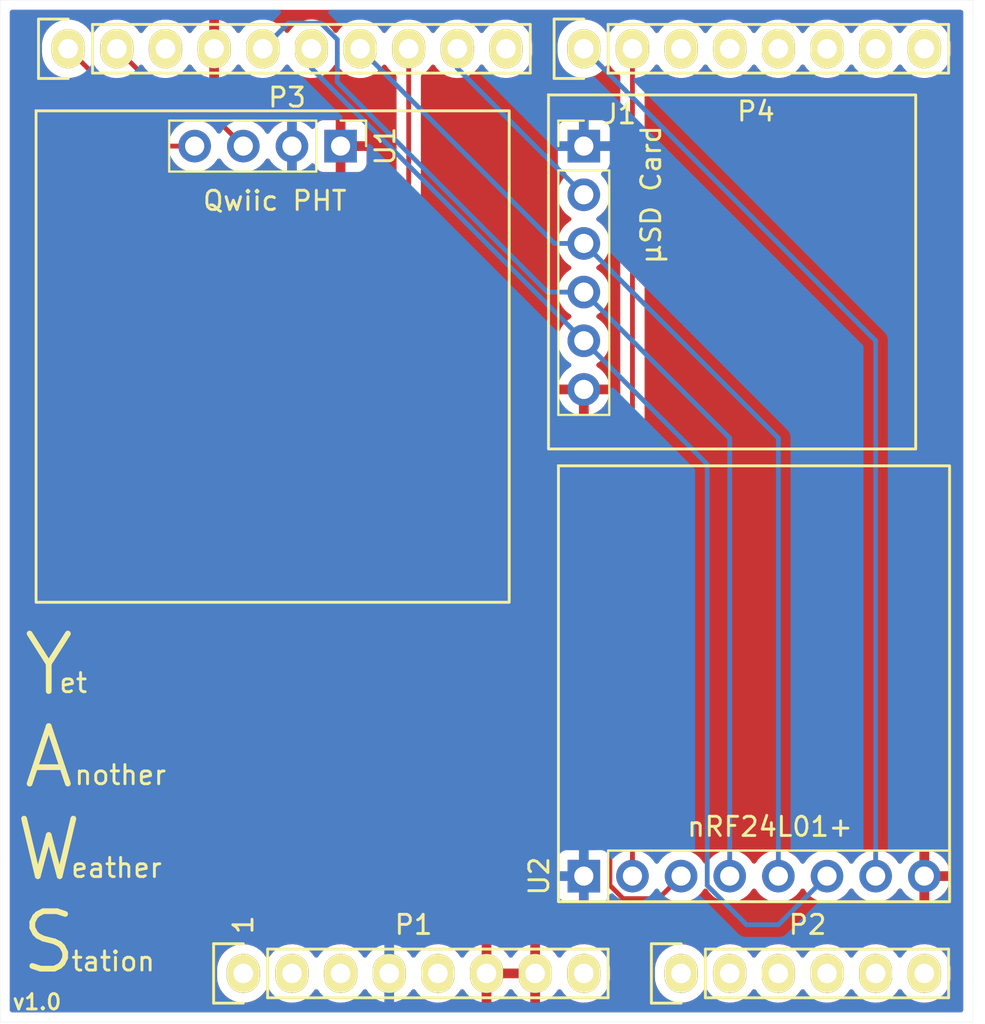
<source format=kicad_pcb>
(kicad_pcb (version 20211014) (generator pcbnew)
  (title_block (date "lun. 30 mars 2015"))
  (layers (0 "F.Cu" signal) (31 "B.Cu" signal) (34 "B.Paste" user) (35 "F.Paste" user) (36 "B.SilkS" user "B.Silkscreen") (37 "F.SilkS" user "F.Silkscreen") (38 "B.Mask" user) (39 "F.Mask" user) (44 "Edge.Cuts" user))
  (net 0 "")
  (net 1 "/IOREF")
  (net 2 "/Reset")
  (net 3 "+5V")
  (net 4 "GND")
  (net 5 "/Vin")
  (net 6 "/A0")
  (net 7 "/A1")
  (net 8 "/A2")
  (net 9 "/A3")
  (net 10 "/AREF")
  (net 11 "CS2")
  (net 12 "/8")
  (net 13 "MOSI")
  (net 14 "SCK")
  (net 15 "/5(**)")
  (net 16 "/4")
  (net 17 "/3(**)")
  (net 18 "/2")
  (net 19 "/1(Tx)")
  (net 20 "/0(Rx)")
  (net 22 "MISO")
  (net 23 "CS1")
  (net 24 "NRF_IRQ")
  (net 25 "NRF_CE")
  (net 26 "+3V3")
  (net 27 "SDA")
  (net 28 "SCL")
  (footprint "Socket_Arduino_Uno:Socket_Strip_Arduino_1x08" (layer "F.Cu") (at 123.698 123.825)
    (fp_text reference "P1" (at 8.89 -2.54) (layer "F.SilkS"))
    (fp_text value "Power")
    (fp_line (start -1.55 1.55) (end 0 1.55) (layer "F.SilkS") (width 0.15))
    (fp_line (start 1.27 1.27) (end 1.27 -1.27) (layer "F.SilkS") (width 0.15))
    (fp_line (start 1.27 1.27) (end 19.05 1.27) (layer "F.SilkS") (width 0.15))
    (fp_line (start 19.05 1.27) (end 19.05 -1.27) (layer "F.SilkS") (width 0.15))
    (fp_line (start -1.55 -1.55) (end -1.55 1.55) (layer "F.SilkS") (width 0.15))
    (fp_line (start 19.05 -1.27) (end 1.27 -1.27) (layer "F.SilkS") (width 0.15))
    (fp_line (start 0 -1.55) (end -1.55 -1.55) (layer "F.SilkS") (width 0.15))
    (pad "1" thru_hole oval locked (at 0 0) (size 1.7272 2.032) (drill 1.016) (layers *.Cu *.Mask "F.SilkS"))
    (pad "2" thru_hole oval locked (at 2.54 0) (size 1.7272 2.032) (drill 1.016) (layers *.Cu *.Mask "F.SilkS") (net 1 "/IOREF"))
    (pad "3" thru_hole oval locked (at 5.08 0) (size 1.7272 2.032) (drill 1.016) (layers *.Cu *.Mask "F.SilkS") (net 2 "/Reset"))
    (pad "4" thru_hole oval locked (at 7.62 0) (size 1.7272 2.032) (drill 1.016) (layers *.Cu *.Mask "F.SilkS") (net 26 "+3V3"))
    (pad "5" thru_hole oval locked (at 10.16 0) (size 1.7272 2.032) (drill 1.016) (layers *.Cu *.Mask "F.SilkS") (net 3 "+5V"))
    (pad "6" thru_hole oval locked (at 12.7 0) (size 1.7272 2.032) (drill 1.016) (layers *.Cu *.Mask "F.SilkS") (net 4 "GND"))
    (pad "7" thru_hole oval locked (at 15.24 0) (size 1.7272 2.032) (drill 1.016) (layers *.Cu *.Mask "F.SilkS") (net 4 "GND"))
    (pad "8" thru_hole oval locked (at 17.78 0) (size 1.7272 2.032) (drill 1.016) (layers *.Cu *.Mask "F.SilkS") (net 5 "/Vin"))
  )
  (footprint "Socket_Arduino_Uno:Socket_Strip_Arduino_1x06" (layer "F.Cu") (at 146.558 123.825)
    (fp_text reference "P2" (at 6.604 -2.54) (layer "F.SilkS"))
    (fp_text value "Analog")
    (fp_line (start 1.27 1.27) (end 1.27 -1.27) (layer "F.SilkS") (width 0.15))
    (fp_line (start 1.27 1.27) (end 13.97 1.27) (layer "F.SilkS") (width 0.15))
    (fp_line (start -1.55 1.55) (end 0 1.55) (layer "F.SilkS") (width 0.15))
    (fp_line (start 13.97 1.27) (end 13.97 -1.27) (layer "F.SilkS") (width 0.15))
    (fp_line (start 0 -1.55) (end -1.55 -1.55) (layer "F.SilkS") (width 0.15))
    (fp_line (start -1.55 -1.55) (end -1.55 1.55) (layer "F.SilkS") (width 0.15))
    (fp_line (start 13.97 -1.27) (end 1.27 -1.27) (layer "F.SilkS") (width 0.15))
    (pad "1" thru_hole oval locked (at 0 0) (size 1.7272 2.032) (drill 1.016) (layers *.Cu *.Mask "F.SilkS") (net 6 "/A0"))
    (pad "2" thru_hole oval locked (at 2.54 0) (size 1.7272 2.032) (drill 1.016) (layers *.Cu *.Mask "F.SilkS") (net 7 "/A1"))
    (pad "3" thru_hole oval locked (at 5.08 0) (size 1.7272 2.032) (drill 1.016) (layers *.Cu *.Mask "F.SilkS") (net 8 "/A2"))
    (pad "4" thru_hole oval locked (at 7.62 0) (size 1.7272 2.032) (drill 1.016) (layers *.Cu *.Mask "F.SilkS") (net 9 "/A3"))
    (pad "5" thru_hole oval locked (at 10.16 0) (size 1.7272 2.032) (drill 1.016) (layers *.Cu *.Mask "F.SilkS"))
    (pad "6" thru_hole oval locked (at 12.7 0) (size 1.7272 2.032) (drill 1.016) (layers *.Cu *.Mask "F.SilkS"))
  )
  (footprint "Socket_Arduino_Uno:Socket_Strip_Arduino_1x10" (layer "F.Cu") (at 114.554 75.565)
    (fp_text reference "P3" (at 11.43 2.54) (layer "F.SilkS"))
    (fp_text value "Digital")
    (fp_line (start -1.55 1.55) (end 0 1.55) (layer "F.SilkS") (width 0.15))
    (fp_line (start 0 -1.55) (end -1.55 -1.55) (layer "F.SilkS") (width 0.15))
    (fp_line (start 1.27 1.27) (end 24.13 1.27) (layer "F.SilkS") (width 0.15))
    (fp_line (start 1.27 1.27) (end 1.27 -1.27) (layer "F.SilkS") (width 0.15))
    (fp_line (start 24.13 -1.27) (end 1.27 -1.27) (layer "F.SilkS") (width 0.15))
    (fp_line (start -1.55 -1.55) (end -1.55 1.55) (layer "F.SilkS") (width 0.15))
    (fp_line (start 24.13 1.27) (end 24.13 -1.27) (layer "F.SilkS") (width 0.15))
    (pad "1" thru_hole oval locked (at 0 0) (size 1.7272 2.032) (drill 1.016) (layers *.Cu *.Mask "F.SilkS") (net 28 "SCL"))
    (pad "2" thru_hole oval locked (at 2.54 0) (size 1.7272 2.032) (drill 1.016) (layers *.Cu *.Mask "F.SilkS") (net 27 "SDA"))
    (pad "3" thru_hole oval locked (at 5.08 0) (size 1.7272 2.032) (drill 1.016) (layers *.Cu *.Mask "F.SilkS") (net 10 "/AREF"))
    (pad "4" thru_hole oval locked (at 7.62 0) (size 1.7272 2.032) (drill 1.016) (layers *.Cu *.Mask "F.SilkS") (net 4 "GND"))
    (pad "5" thru_hole oval locked (at 10.16 0) (size 1.7272 2.032) (drill 1.016) (layers *.Cu *.Mask "F.SilkS") (net 14 "SCK"))
    (pad "6" thru_hole oval locked (at 12.7 0) (size 1.7272 2.032) (drill 1.016) (layers *.Cu *.Mask "F.SilkS") (net 22 "MISO"))
    (pad "7" thru_hole oval locked (at 15.24 0) (size 1.7272 2.032) (drill 1.016) (layers *.Cu *.Mask "F.SilkS") (net 13 "MOSI"))
    (pad "8" thru_hole oval locked (at 17.78 0) (size 1.7272 2.032) (drill 1.016) (layers *.Cu *.Mask "F.SilkS") (net 23 "CS1"))
    (pad "9" thru_hole oval locked (at 20.32 0) (size 1.7272 2.032) (drill 1.016) (layers *.Cu *.Mask "F.SilkS") (net 11 "CS2"))
    (pad "10" thru_hole oval locked (at 22.86 0) (size 1.7272 2.032) (drill 1.016) (layers *.Cu *.Mask "F.SilkS") (net 12 "/8"))
  )
  (footprint "Socket_Arduino_Uno:Socket_Strip_Arduino_1x08" (layer "F.Cu") (at 141.478 75.565)
    (fp_text reference "P4" (at 8.990362 3.270638) (layer "F.SilkS"))
    (fp_text value "Digital")
    (fp_line (start -1.55 -1.55) (end -1.55 1.55) (layer "F.SilkS") (width 0.15))
    (fp_line (start 19.05 1.27) (end 19.05 -1.27) (layer "F.SilkS") (width 0.15))
    (fp_line (start 1.27 1.27) (end 1.27 -1.27) (layer "F.SilkS") (width 0.15))
    (fp_line (start 1.27 1.27) (end 19.05 1.27) (layer "F.SilkS") (width 0.15))
    (fp_line (start 19.05 -1.27) (end 1.27 -1.27) (layer "F.SilkS") (width 0.15))
    (fp_line (start 0 -1.55) (end -1.55 -1.55) (layer "F.SilkS") (width 0.15))
    (fp_line (start -1.55 1.55) (end 0 1.55) (layer "F.SilkS") (width 0.15))
    (pad "1" thru_hole oval locked (at 0 0) (size 1.7272 2.032) (drill 1.016) (layers *.Cu *.Mask "F.SilkS") (net 24 "NRF_IRQ"))
    (pad "2" thru_hole oval locked (at 2.54 0) (size 1.7272 2.032) (drill 1.016) (layers *.Cu *.Mask "F.SilkS") (net 25 "NRF_CE"))
    (pad "3" thru_hole oval locked (at 5.08 0) (size 1.7272 2.032) (drill 1.016) (layers *.Cu *.Mask "F.SilkS") (net 15 "/5(**)"))
    (pad "4" thru_hole oval locked (at 7.62 0) (size 1.7272 2.032) (drill 1.016) (layers *.Cu *.Mask "F.SilkS") (net 16 "/4"))
    (pad "5" thru_hole oval locked (at 10.16 0) (size 1.7272 2.032) (drill 1.016) (layers *.Cu *.Mask "F.SilkS") (net 17 "/3(**)"))
    (pad "6" thru_hole oval locked (at 12.7 0) (size 1.7272 2.032) (drill 1.016) (layers *.Cu *.Mask "F.SilkS") (net 18 "/2"))
    (pad "7" thru_hole oval locked (at 15.24 0) (size 1.7272 2.032) (drill 1.016) (layers *.Cu *.Mask "F.SilkS") (net 19 "/1(Tx)"))
    (pad "8" thru_hole oval locked (at 17.78 0) (size 1.7272 2.032) (drill 1.016) (layers *.Cu *.Mask "F.SilkS") (net 20 "/0(Rx)"))
  )
  (footprint "Connector_PinHeader_2.54mm:PinHeader_1x04_P2.54mm_Vertical" (layer "F.Cu") (at 128.778 80.645 -90)
    (fp_text reference "U1" (at 0 -2.33 90) (layer "F.SilkS"))
    (fp_text value "QwiicPHTMS8607")
    (fp_line (start -1.33 -1.33) (end 0 -1.33) (layer "F.SilkS") (width 0.12))
    (fp_line (start -1.33 8.95) (end 1.33 8.95) (layer "F.SilkS") (width 0.12))
    (fp_line (start -1.33 1.27) (end -1.33 8.95) (layer "F.SilkS") (width 0.12))
    (fp_line (start -1.33 1.27) (end 1.33 1.27) (layer "F.SilkS") (width 0.12))
    (fp_line (start 1.33 1.27) (end 1.33 8.95) (layer "F.SilkS") (width 0.12))
    (fp_line (start -1.33 0) (end -1.33 -1.33) (layer "F.SilkS") (width 0.12))
    (pad "1" thru_hole rect locked (at 0 0 270) (size 1.7 1.7) (drill 1) (layers *.Cu *.Mask) (net 4 "GND"))
    (pad "2" thru_hole oval locked (at 0 2.54 270) (size 1.7 1.7) (drill 1) (layers *.Cu *.Mask) (net 26 "+3V3"))
    (pad "3" thru_hole oval locked (at 0 5.08 270) (size 1.7 1.7) (drill 1) (layers *.Cu *.Mask) (net 27 "SDA"))
    (pad "4" thru_hole oval locked (at 0 7.62 270) (size 1.7 1.7) (drill 1) (layers *.Cu *.Mask) (net 28 "SCL"))
  )
  (footprint "Connector_PinHeader_2.54mm:PinHeader_1x06_P2.54mm_Vertical" (layer "F.Cu") (at 141.478 80.645)
    (fp_text reference "J1" (at 1.87233 -1.664096) (layer "F.SilkS"))
    (fp_text value "microSD card")
    (fp_line (start 1.33 1.27) (end 1.33 14.03) (layer "F.SilkS") (width 0.12))
    (fp_line (start -1.33 1.27) (end -1.33 14.03) (layer "F.SilkS") (width 0.12))
    (fp_line (start -1.33 14.03) (end 1.33 14.03) (layer "F.SilkS") (width 0.12))
    (fp_line (start -1.33 -1.33) (end 0 -1.33) (layer "F.SilkS") (width 0.12))
    (fp_line (start -1.33 0) (end -1.33 -1.33) (layer "F.SilkS") (width 0.12))
    (fp_line (start -1.33 1.27) (end 1.33 1.27) (layer "F.SilkS") (width 0.12))
    (pad "1" thru_hole rect (at 0 0) (size 1.7 1.7) (drill 1) (layers *.Cu *.Mask) (net 26 "+3V3"))
    (pad "2" thru_hole oval (at 0 2.54) (size 1.7 1.7) (drill 1) (layers *.Cu *.Mask) (net 11 "CS2"))
    (pad "3" thru_hole oval (at 0 5.08) (size 1.7 1.7) (drill 1) (layers *.Cu *.Mask) (net 13 "MOSI"))
    (pad "4" thru_hole oval (at 0 7.62) (size 1.7 1.7) (drill 1) (layers *.Cu *.Mask) (net 14 "SCK"))
    (pad "5" thru_hole oval (at 0 10.16) (size 1.7 1.7) (drill 1) (layers *.Cu *.Mask) (net 22 "MISO"))
    (pad "6" thru_hole oval (at 0 12.7) (size 1.7 1.7) (drill 1) (layers *.Cu *.Mask) (net 4 "GND"))
  )
  (footprint "Connector_PinHeader_2.54mm:PinHeader_1x08_P2.54mm_Vertical" (layer "F.Cu") (at 141.478 118.745 90)
    (fp_text reference "U2" (at 0 -2.33 90) (layer "F.SilkS"))
    (fp_text value "nRF24L01+Breakout")
    (fp_line (start -1.33 19.11) (end 1.33 19.11) (layer "F.SilkS") (width 0.12))
    (fp_line (start -1.33 0) (end -1.33 -1.33) (layer "F.SilkS") (width 0.12))
    (fp_line (start -1.33 1.27) (end -1.33 19.11) (layer "F.SilkS") (width 0.12))
    (fp_line (start -1.33 -1.33) (end 0 -1.33) (layer "F.SilkS") (width 0.12))
    (fp_line (start 1.33 1.27) (end 1.33 19.11) (layer "F.SilkS") (width 0.12))
    (fp_line (start -1.33 1.27) (end 1.33 1.27) (layer "F.SilkS") (width 0.12))
    (pad "1" thru_hole rect (at 0 0 90) (size 1.7 1.7) (drill 1) (layers *.Cu *.Mask) (net 26 "+3V3"))
    (pad "2" thru_hole oval (at 0 2.54 90) (size 1.7 1.7) (drill 1) (layers *.Cu *.Mask) (net 25 "NRF_CE"))
    (pad "3" thru_hole oval (at 0 5.08 90) (size 1.7 1.7) (drill 1) (layers *.Cu *.Mask) (net 23 "CS1"))
    (pad "4" thru_hole oval (at 0 7.62 90) (size 1.7 1.7) (drill 1) (layers *.Cu *.Mask) (net 14 "SCK"))
    (pad "5" thru_hole oval (at 0 10.16 90) (size 1.7 1.7) (drill 1) (layers *.Cu *.Mask) (net 13 "MOSI"))
    (pad "6" thru_hole oval (at 0 12.7 90) (size 1.7 1.7) (drill 1) (layers *.Cu *.Mask) (net 22 "MISO"))
    (pad "7" thru_hole oval (at 0 15.24 90) (size 1.7 1.7) (drill 1) (layers *.Cu *.Mask) (net 24 "NRF_IRQ"))
    (pad "8" thru_hole oval (at 0 17.78 90) (size 1.7 1.7) (drill 1) (layers *.Cu *.Mask) (net 4 "GND"))
  )
  (gr_rect (start 112.876414 78.804677) (end 137.581989 104.453414) (layer "F.SilkS") (width 0.15) (fill none))
  (gr_rect (start 139.635276 77.974537) (end 158.810383 96.45209) (layer "F.SilkS") (width 0.15) (fill none))
  (gr_rect (start 140.153925 120.081446) (end 160.578319 97.332797) (layer "F.SilkS") (width 0.15) (fill none))
  (gr_line (start 161.798 126.365) (end 161.798 73.025) (layer "Edge.Cuts") (width 0.01))
  (gr_line (start 110.998 126.365) (end 161.798 126.365) (layer "Edge.Cuts") (width 0.01))
  (gr_line (start 110.998 73.025) (end 110.998 126.365) (layer "Edge.Cuts") (width 0.01))
  (gr_line (start 161.798 73.025) (end 110.998 73.025) (layer "Edge.Cuts") (width 0.01))
  (gr_text "tation\n" (at 116.903861 123.194447) (layer "F.SilkS") (effects (font (size 1 1))))
  (gr_text "1" (at 123.698 121.285 90) (layer "F.SilkS") (effects (font (size 1 1))))
  (gr_text "nRF24L01+" (at 151.199247 116.168436) (layer "F.SilkS") (effects (font (size 1 1))))
  (gr_text "Qwiic PHT" (at 125.344347 83.497588) (layer "F.SilkS") (effects (font (size 1 1))))
  (gr_text "v1.0" (at 112.923574 125.31533) (layer "F.SilkS") (effects (font (size 0.8 0.8))))
  (gr_text "μSD Card" (at 144.989127 83.185 90) (layer "F.SilkS") (effects (font (size 1 1))))
  (gr_text "eather\n" (at 117.07818 118.31351) (layer "F.SilkS") (effects (font (size 1 1))))
  (gr_text "Y\nA\nW\nS" (at 113.538 114.960022) (layer "F.SilkS") (effects (font (size 3 3) (thickness 0.3))))
  (gr_text "nother\n" (at 117.278865 113.468624) (layer "F.SilkS") (effects (font (size 1 1))))
  (gr_text "et\n" (at 114.819028 108.665163) (layer "F.SilkS") (effects (font (size 1 1))))
  (segment (start 134.874 75.565) (end 134.874 76.581) (width 0.25) (layer "B.Cu") (net 11))
  (segment (start 134.874 76.581) (end 141.478 83.185) (width 0.25) (layer "B.Cu") (net 11))
  (segment (start 141.478 85.725) (end 151.638 95.885) (width 0.25) (layer "B.Cu") (net 13))
  (segment (start 139.954 85.725) (end 141.478 85.725) (width 0.25) (layer "B.Cu") (net 13))
  (segment (start 129.794 75.565) (end 139.954 85.725) (width 0.25) (layer "B.Cu") (net 13))
  (segment (start 151.638 95.885) (end 151.638 118.745) (width 0.25) (layer "B.Cu") (net 13))
  (segment (start 128.60588 77.297162) (end 139.573718 88.265) (width 0.25) (layer "B.Cu") (net 14))
  (segment (start 139.573718 88.265) (end 141.478 88.265) (width 0.25) (layer "B.Cu") (net 14))
  (segment (start 141.478 88.265) (end 149.098 95.885) (width 0.25) (layer "B.Cu") (net 14))
  (segment (start 149.098 95.885) (end 149.098 118.745) (width 0.25) (layer "B.Cu") (net 14))
  (segment (start 127.746135 74.22448) (end 128.60588 75.084225) (width 0.25) (layer "B.Cu") (net 14))
  (segment (start 124.714 75.565) (end 126.05452 74.22448) (width 0.25) (layer "B.Cu") (net 14))
  (segment (start 126.05452 74.22448) (end 127.746135 74.22448) (width 0.25) (layer "B.Cu") (net 14))
  (segment (start 128.60588 75.084225) (end 128.60588 77.297162) (width 0.25) (layer "B.Cu") (net 14))
  (segment (start 149.97699 121.285) (end 151.638 121.285) (width 0.25) (layer "B.Cu") (net 22))
  (segment (start 127.254 76.581) (end 141.478 90.805) (width 0.25) (layer "B.Cu") (net 22))
  (segment (start 151.638 121.285) (end 154.178 118.745) (width 0.25) (layer "B.Cu") (net 22))
  (segment (start 147.923489 97.250489) (end 147.923489 119.231499) (width 0.25) (layer "B.Cu") (net 22))
  (segment (start 147.923489 119.231499) (end 149.97699 121.285) (width 0.25) (layer "B.Cu") (net 22))
  (segment (start 127.254 75.565) (end 127.254 76.581) (width 0.25) (layer "B.Cu") (net 22))
  (segment (start 141.478 90.805) (end 147.923489 97.250489) (width 0.25) (layer "B.Cu") (net 22))
  (segment (start 142.843489 119.231499) (end 142.843489 97.250489) (width 0.25) (layer "F.Cu") (net 23))
  (segment (start 146.558 118.745) (end 145.383489 119.919511) (width 0.25) (layer "F.Cu") (net 23))
  (segment (start 145.383489 119.919511) (end 143.531501 119.919511) (width 0.25) (layer "F.Cu") (net 23))
  (segment (start 132.334 86.741) (end 132.334 75.565) (width 0.25) (layer "F.Cu") (net 23))
  (segment (start 143.531501 119.919511) (end 142.843489 119.231499) (width 0.25) (layer "F.Cu") (net 23))
  (segment (start 142.843489 97.250489) (end 132.334 86.741) (width 0.25) (layer "F.Cu") (net 23))
  (segment (start 156.718 118.745) (end 156.718 90.805) (width 0.25) (layer "B.Cu") (net 24))
  (segment (start 156.718 90.805) (end 141.478 75.565) (width 0.25) (layer "B.Cu") (net 24))
  (segment (start 144.018 75.565) (end 144.018 118.745) (width 0.25) (layer "F.Cu") (net 25))
  (segment (start 120.327495 78.798495) (end 121.851495 78.798495) (width 0.25) (layer "F.Cu") (net 27))
  (segment (start 121.851495 78.798495) (end 123.698 80.645) (width 0.25) (layer "F.Cu") (net 27))
  (segment (start 120.327495 78.798495) (end 117.094 75.565) (width 0.25) (layer "F.Cu") (net 27))
  (segment (start 119.634 80.645) (end 114.554 75.565) (width 0.25) (layer "F.Cu") (net 28))
  (segment (start 119.634 80.645) (end 121.158 80.645) (width 0.25) (layer "F.Cu") (net 28))
  (zone (net 4) (net_name "GND") (layer "F.Cu") (connect_pads (clearance 0.508)) (min_thickness 0.254) (fill yes (thermal_gap 0.508) (thermal_bridge_width 0.508))
    (polygon (pts (xy 161.798 126.365) (xy 110.998 126.365) (xy 110.998 73.025) (xy 161.798 73.025)))
  )
  (zone (net 26) (net_name "+3V3") (layer "B.Cu") (connect_pads (clearance 0.508)) (min_thickness 0.254) (fill yes (thermal_gap 0.508) (thermal_bridge_width 0.508))
    (polygon (pts (xy 161.798 126.365) (xy 110.998 126.365) (xy 110.998 73.025) (xy 161.798 73.025)))
  )
)
</source>
